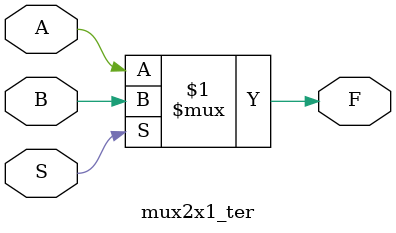
<source format=v>
module mux2x1_ter(S,
                  A,
                  B,
                  F);

    //port direction
    input S,A,B;
    output F;

    assign F = S ? B : A ;
endmodule

</source>
